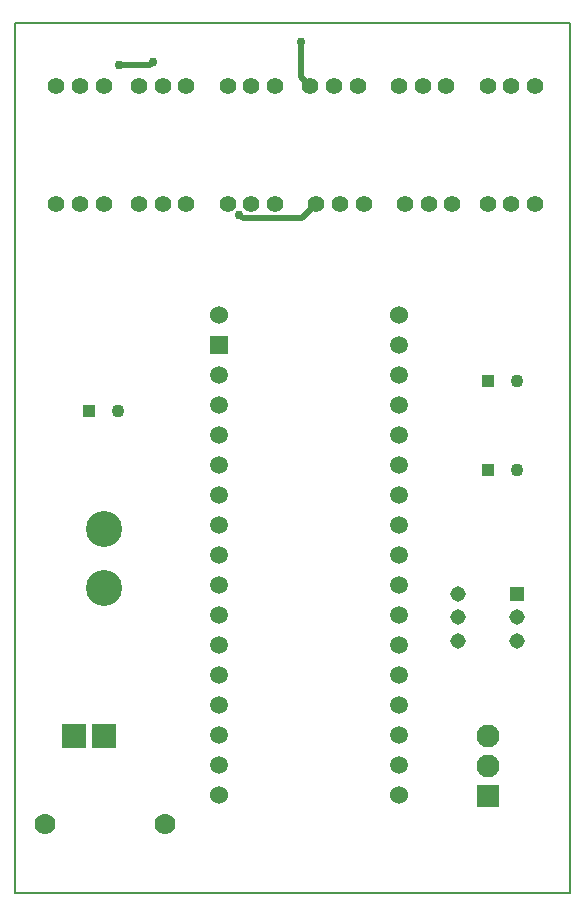
<source format=gbr>
G04 PROTEUS RS274X GERBER FILE*
%FSLAX45Y45*%
%MOMM*%
G01*
%ADD10C,0.508000*%
%ADD11C,0.762000*%
%ADD12R,1.510000X1.510000*%
%ADD13C,1.510000*%
%ADD14C,1.524000*%
%ADD15C,1.397000*%
%ADD16C,0.000000*%
%ADD17C,3.048000*%
%ADD18C,1.778000*%
%ADD19C,1.100000*%
%ADD70R,1.100000X1.100000*%
%ADD71R,1.308100X1.308100*%
%ADD20C,1.308100*%
%ADD21R,1.940000X1.940000*%
%ADD22C,0.254000*%
%ADD23C,1.940000*%
%ADD24R,2.032000X2.032000*%
%ADD25C,0.203200*%
D10*
X+6896862Y+8407313D02*
X+6925596Y+8378579D01*
X+7428579Y+8378579D01*
X+7550000Y+8500000D01*
X+7500000Y+9500000D02*
X+7422132Y+9577868D01*
X+7422132Y+9867835D01*
X+5880156Y+9673559D02*
X+6139946Y+9673559D01*
X+6165309Y+9698922D01*
D11*
X+6896862Y+8407313D03*
X+6800000Y+8500000D03*
X+7422132Y+9867835D03*
X+5880156Y+9673559D03*
X+6165309Y+9698922D03*
D12*
X+6726000Y+7306000D03*
D13*
X+6726000Y+7052000D03*
X+6726000Y+6798000D03*
X+6726000Y+6544000D03*
X+6726000Y+6290000D03*
X+6726000Y+6036000D03*
X+6726000Y+5782000D03*
X+6726000Y+5528000D03*
X+6726000Y+5274000D03*
X+6726000Y+5020000D03*
X+6726000Y+4766000D03*
X+6726000Y+4512000D03*
X+6726000Y+4258000D03*
X+6726000Y+4004000D03*
X+6726000Y+3750000D03*
X+8250000Y+3750000D03*
X+8250000Y+4004000D03*
X+8250000Y+4258000D03*
X+8250000Y+4512000D03*
X+8250000Y+4766000D03*
X+8250000Y+5020000D03*
X+8250000Y+5274000D03*
X+8250000Y+5528000D03*
X+8250000Y+5782000D03*
X+8250000Y+6036000D03*
X+8250000Y+6290000D03*
X+8250000Y+6544000D03*
X+8250000Y+6798000D03*
X+8250000Y+7052000D03*
X+8250000Y+7306000D03*
D14*
X+6726000Y+3496000D03*
X+8250000Y+3496000D03*
X+6726000Y+7560000D03*
X+8250000Y+7560000D03*
D15*
X+5750000Y+9500000D03*
D16*
X+5750000Y+9500000D03*
D15*
X+5550000Y+9500000D03*
D16*
X+5550000Y+9500000D03*
D15*
X+5350000Y+9500000D03*
D16*
X+5350000Y+9500000D03*
D15*
X+6450000Y+9500000D03*
D16*
X+6450000Y+9500000D03*
D15*
X+6250000Y+9500000D03*
D16*
X+6250000Y+9500000D03*
D15*
X+6050000Y+9500000D03*
D16*
X+6050000Y+9500000D03*
D15*
X+7200000Y+9500000D03*
D16*
X+7200000Y+9500000D03*
D15*
X+7000000Y+9500000D03*
D16*
X+7000000Y+9500000D03*
D15*
X+6800000Y+9500000D03*
D16*
X+6800000Y+9500000D03*
D15*
X+7900000Y+9500000D03*
D16*
X+7900000Y+9500000D03*
D15*
X+7700000Y+9500000D03*
D16*
X+7700000Y+9500000D03*
D15*
X+7500000Y+9500000D03*
D16*
X+7500000Y+9500000D03*
D15*
X+8650000Y+9500000D03*
D16*
X+8650000Y+9500000D03*
D15*
X+8450000Y+9500000D03*
D16*
X+8450000Y+9500000D03*
D15*
X+8250000Y+9500000D03*
D16*
X+8250000Y+9500000D03*
D15*
X+9400000Y+9500000D03*
D16*
X+9400000Y+9500000D03*
D15*
X+9200000Y+9500000D03*
D16*
X+9200000Y+9500000D03*
D15*
X+9000000Y+9500000D03*
D16*
X+9000000Y+9500000D03*
D15*
X+5750000Y+8500000D03*
D16*
X+5750000Y+8500000D03*
D15*
X+5550000Y+8500000D03*
D16*
X+5550000Y+8500000D03*
D15*
X+5350000Y+8500000D03*
D16*
X+5350000Y+8500000D03*
D15*
X+6450000Y+8500000D03*
D16*
X+6450000Y+8500000D03*
D15*
X+6250000Y+8500000D03*
D16*
X+6250000Y+8500000D03*
D15*
X+6050000Y+8500000D03*
D16*
X+6050000Y+8500000D03*
D15*
X+7200000Y+8500000D03*
D16*
X+7200000Y+8500000D03*
D15*
X+7000000Y+8500000D03*
D16*
X+7000000Y+8500000D03*
D15*
X+6800000Y+8500000D03*
D16*
X+6800000Y+8500000D03*
D15*
X+7950000Y+8500000D03*
D16*
X+7950000Y+8500000D03*
D15*
X+7750000Y+8500000D03*
D16*
X+7750000Y+8500000D03*
D15*
X+7550000Y+8500000D03*
D16*
X+7550000Y+8500000D03*
D15*
X+8700000Y+8500000D03*
D16*
X+8700000Y+8500000D03*
D15*
X+8500000Y+8500000D03*
D16*
X+8500000Y+8500000D03*
D15*
X+8300000Y+8500000D03*
D16*
X+8300000Y+8500000D03*
D15*
X+9400000Y+8500000D03*
D16*
X+9400000Y+8500000D03*
D15*
X+9200000Y+8500000D03*
D16*
X+9200000Y+8500000D03*
D15*
X+9000000Y+8500000D03*
D16*
X+9000000Y+8500000D03*
D17*
X+5750000Y+5250000D03*
X+5750000Y+5750380D03*
D18*
X+5250000Y+3250000D03*
X+6266000Y+3250000D03*
D19*
X+9250000Y+7000000D03*
D70*
X+9000000Y+7000000D03*
D19*
X+9250000Y+6250000D03*
D70*
X+9000000Y+6250000D03*
D19*
X+5875000Y+6750000D03*
D70*
X+5625000Y+6750000D03*
D71*
X+9250000Y+5200000D03*
D20*
X+9250000Y+5000000D03*
X+9250000Y+4800000D03*
X+8750000Y+5200000D03*
X+8750000Y+5000000D03*
X+8750000Y+4800000D03*
D21*
X+9000000Y+3492000D03*
D22*
X+9000000Y+3492000D03*
D23*
X+9000000Y+3746000D03*
X+9000000Y+4000000D03*
D24*
X+5500000Y+4000000D03*
X+5754000Y+4000000D03*
D25*
X+5000000Y+2667000D02*
X+9699000Y+2667000D01*
X+9699000Y+10033000D01*
X+5000000Y+10033000D01*
X+5000000Y+2667000D01*
M02*

</source>
